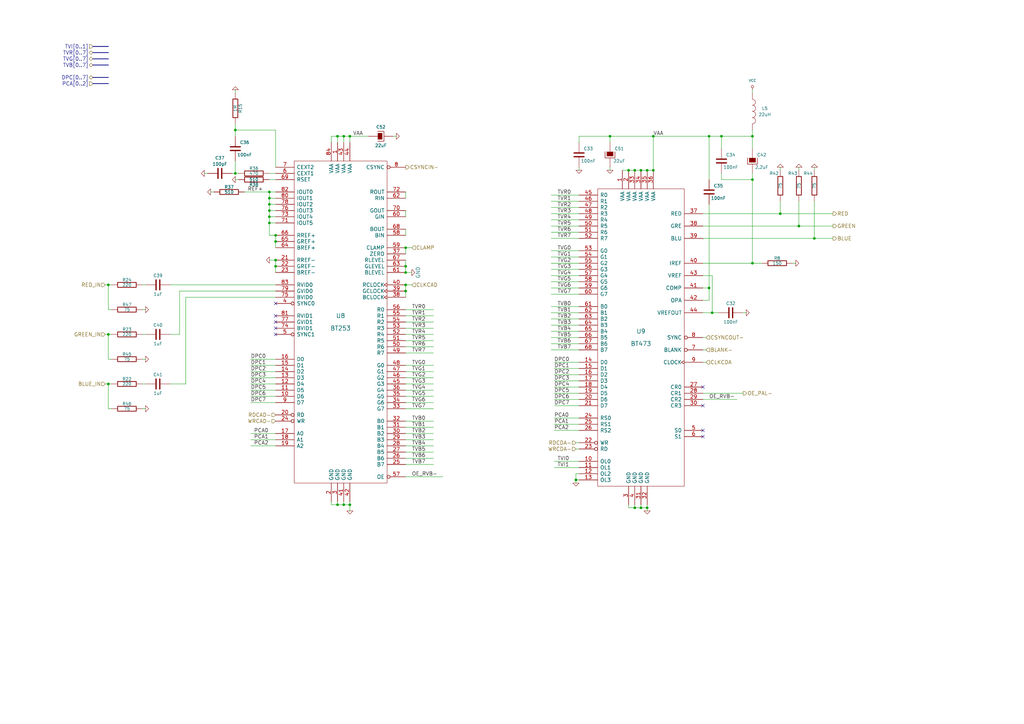
<source format=kicad_sch>
(kicad_sch (version 20210621) (generator eeschema)
  (paper "A3")
  (title_block (title "Video") (date "Sun 22 Mar 2015") (rev "2.0B") (company "Kicad EDA"))
  (lib_symbols
    (symbol "video_schlib:BT253" (pin_names (offset 1.016))
      (property "Reference" "U" (at 0 2.54 0))
      (property "Value" "BT253" (at 0 -2.54 0))
      (symbol "BT253_0_1"
        (rectangle (start -19.05 -66.04) (end 19.05 66.04))
      )
      (symbol "BT253_1_1"
        (pin input line (at -1.27 73.66 270) (length 7.62) (name "VAA") (number "1"))
        (pin tri_state line (at -26.67 -30.48 0) (length 7.62) (name "D6") (number "10"))
        (pin tri_state line (at -26.67 -27.94 0) (length 7.62) (name "D5") (number "11"))
        (pin tri_state line (at -26.67 -25.4 0) (length 7.62) (name "D4") (number "12"))
        (pin tri_state line (at -26.67 -22.86 0) (length 7.62) (name "D3") (number "13"))
        (pin tri_state line (at -26.67 -20.32 0) (length 7.62) (name "D2") (number "14"))
        (pin tri_state line (at -26.67 -17.78 0) (length 7.62) (name "D1") (number "15"))
        (pin tri_state line (at -26.67 -15.24 0) (length 7.62) (name "D0") (number "16"))
        (pin input line (at -26.67 -45.72 0) (length 7.62) (name "A0") (number "17"))
        (pin input line (at -26.67 -48.26 0) (length 7.62) (name "A1") (number "18"))
        (pin input line (at -26.67 -50.8 0) (length 7.62) (name "A2") (number "19"))
        (pin input line (at -3.81 -73.66 90) (length 7.62) (name "GND") (number "2"))
        (pin input inverted (at -26.67 -38.1 0) (length 7.62) (name "RD") (number "20"))
        (pin input line (at -26.67 25.4 0) (length 7.62) (name "RREF-") (number "21"))
        (pin input line (at -26.67 22.86 0) (length 7.62) (name "GREF-") (number "22"))
        (pin input line (at -26.67 20.32 0) (length 7.62) (name "BREF-") (number "23"))
        (pin input inverted (at -26.67 -40.64 0) (length 7.62) (name "WR") (number "24"))
        (pin tri_state line (at 26.67 -58.42 180) (length 7.62) (name "B7") (number "25"))
        (pin tri_state line (at 26.67 -55.88 180) (length 7.62) (name "B6") (number "26"))
        (pin tri_state line (at 26.67 -53.34 180) (length 7.62) (name "B5") (number "27"))
        (pin tri_state line (at 26.67 -50.8 180) (length 7.62) (name "B4") (number "28"))
        (pin tri_state line (at 26.67 -48.26 180) (length 7.62) (name "B3") (number "29"))
        (pin input line (at -1.27 -73.66 90) (length 7.62) (name "GND") (number "3"))
        (pin tri_state line (at 26.67 -45.72 180) (length 7.62) (name "B2") (number "30"))
        (pin tri_state line (at 26.67 -43.18 180) (length 7.62) (name "B1") (number "31"))
        (pin tri_state line (at 26.67 -40.64 180) (length 7.62) (name "B0") (number "32"))
        (pin tri_state line (at 26.67 -35.56 180) (length 7.62) (name "G7") (number "33"))
        (pin tri_state line (at 26.67 -33.02 180) (length 7.62) (name "G6") (number "34"))
        (pin tri_state line (at 26.67 -30.48 180) (length 7.62) (name "G5") (number "35"))
        (pin tri_state line (at 26.67 -27.94 180) (length 7.62) (name "G4") (number "36"))
        (pin input line (at 26.67 27.94 180) (length 7.62) (name "ZERO") (number "37"))
        (pin input clock (at 26.67 10.16 180) (length 7.62) (name "BCLOCK") (number "38"))
        (pin input clock (at 26.67 12.7 180) (length 7.62) (name "GCLOCK") (number "39"))
        (pin input inverted (at -26.67 7.62 0) (length 7.62) (name "SYNC0") (number "4"))
        (pin input clock (at 26.67 15.24 180) (length 7.62) (name "RCLOCK") (number "40"))
        (pin input line (at 1.27 -73.66 90) (length 7.62) (name "GND") (number "41"))
        (pin input line (at 3.81 -73.66 90) (length 7.62) (name "GND") (number "42"))
        (pin input line (at 1.27 73.66 270) (length 7.62) (name "VAA") (number "43"))
        (pin input line (at 3.81 73.66 270) (length 7.62) (name "VAA") (number "44"))
        (pin tri_state line (at 26.67 -25.4 180) (length 7.62) (name "G3") (number "45"))
        (pin tri_state line (at 26.67 -22.86 180) (length 7.62) (name "G2") (number "46"))
        (pin tri_state line (at 26.67 -20.32 180) (length 7.62) (name "G1") (number "47"))
        (pin tri_state line (at 26.67 -17.78 180) (length 7.62) (name "G0") (number "48"))
        (pin tri_state line (at 26.67 -12.7 180) (length 7.62) (name "R7") (number "49"))
        (pin input inverted (at -26.67 -5.08 0) (length 7.62) (name "SYNC1") (number "5"))
        (pin tri_state line (at 26.67 -10.16 180) (length 7.62) (name "R6") (number "50"))
        (pin tri_state line (at 26.67 -7.62 180) (length 7.62) (name "R5") (number "51"))
        (pin tri_state line (at 26.67 -5.08 180) (length 7.62) (name "R4") (number "52"))
        (pin tri_state line (at 26.67 -2.54 180) (length 7.62) (name "R3") (number "53"))
        (pin tri_state line (at 26.67 0 180) (length 7.62) (name "R2") (number "54"))
        (pin tri_state line (at 26.67 2.54 180) (length 7.62) (name "R1") (number "55"))
        (pin tri_state line (at 26.67 5.08 180) (length 7.62) (name "R0") (number "56"))
        (pin input inverted (at 26.67 -63.5 180) (length 7.62) (name "OE") (number "57"))
        (pin input line (at 26.67 35.56 180) (length 7.62) (name "BIN") (number "58"))
        (pin input line (at 26.67 30.48 180) (length 7.62) (name "CLAMP") (number "59"))
        (pin output line (at -26.67 60.96 0) (length 7.62) (name "CEXT1") (number "6"))
        (pin input line (at 26.67 43.18 180) (length 7.62) (name "GIN") (number "60"))
        (pin input line (at 26.67 20.32 180) (length 7.62) (name "BLEVEL") (number "61"))
        (pin input line (at 26.67 50.8 180) (length 7.62) (name "RIN") (number "62"))
        (pin input line (at 26.67 22.86 180) (length 7.62) (name "GLEVEL") (number "63"))
        (pin input line (at -26.67 30.48 0) (length 7.62) (name "BREF+") (number "64"))
        (pin input line (at -26.67 33.02 0) (length 7.62) (name "GREF+") (number "65"))
        (pin input line (at -26.67 35.56 0) (length 7.62) (name "RREF+") (number "66"))
        (pin input line (at 26.67 25.4 180) (length 7.62) (name "RLEVEL") (number "67"))
        (pin output line (at 26.67 38.1 180) (length 7.62) (name "BOUT") (number "68"))
        (pin input line (at -26.67 58.42 0) (length 7.62) (name "RSET") (number "69"))
        (pin input line (at -26.67 63.5 0) (length 7.62) (name "CEXT2") (number "7"))
        (pin output line (at 26.67 45.72 180) (length 7.62) (name "GOUT") (number "70"))
        (pin passive line (at -26.67 40.64 0) (length 7.62) (name "IOUT5") (number "71"))
        (pin output line (at 26.67 53.34 180) (length 7.62) (name "ROUT") (number "72"))
        (pin passive line (at -26.67 43.18 0) (length 7.62) (name "IOUT4") (number "73"))
        (pin input line (at -26.67 -2.54 0) (length 7.62) (name "BVID1") (number "74"))
        (pin input line (at -26.67 10.16 0) (length 7.62) (name "BVID0") (number "75"))
        (pin passive line (at -26.67 45.72 0) (length 7.62) (name "IOUT3") (number "76"))
        (pin input line (at -26.67 0 0) (length 7.62) (name "GVID1") (number "77"))
        (pin passive line (at -26.67 48.26 0) (length 7.62) (name "IOUT2") (number "78"))
        (pin input line (at -26.67 12.7 0) (length 7.62) (name "GVID0") (number "79"))
        (pin output inverted (at 26.67 63.5 180) (length 7.62) (name "CSYNC") (number "8"))
        (pin passive line (at -26.67 50.8 0) (length 7.62) (name "IOUT1") (number "80"))
        (pin input line (at -26.67 2.54 0) (length 7.62) (name "RVID1") (number "81"))
        (pin passive line (at -26.67 53.34 0) (length 7.62) (name "IOUT0") (number "82"))
        (pin input line (at -26.67 15.24 0) (length 7.62) (name "RVID0") (number "83"))
        (pin input line (at -3.81 73.66 270) (length 7.62) (name "VAA") (number "84"))
        (pin tri_state line (at -26.67 -33.02 0) (length 7.62) (name "D7") (number "9"))
      )
    )
    (symbol "video_schlib:BT473" (pin_names (offset 1.016))
      (property "Reference" "U" (at 0 2.54 0))
      (property "Value" "BT473" (at 0 -2.54 0))
      (symbol "BT473_0_1"
        (rectangle (start -17.78 -60.96) (end 17.78 60.96))
      )
      (symbol "BT473_1_1"
        (pin input line (at -7.62 68.58 270) (length 7.62) (name "VAA") (number "1"))
        (pin input line (at -25.4 -50.8 0) (length 7.62) (name "OL0") (number "10"))
        (pin input line (at -25.4 -53.34 0) (length 7.62) (name "OL1") (number "11"))
        (pin input line (at -25.4 -55.88 0) (length 7.62) (name "OL2") (number "12"))
        (pin input line (at -25.4 -58.42 0) (length 7.62) (name "OL3") (number "13"))
        (pin input line (at -25.4 -10.16 0) (length 7.62) (name "D0") (number "14"))
        (pin input line (at -25.4 -12.7 0) (length 7.62) (name "D1") (number "15"))
        (pin input line (at -25.4 -15.24 0) (length 7.62) (name "D2") (number "16"))
        (pin input line (at -25.4 -17.78 0) (length 7.62) (name "D3") (number "17"))
        (pin input line (at -25.4 -20.32 0) (length 7.62) (name "D4") (number "18"))
        (pin input line (at -25.4 -22.86 0) (length 7.62) (name "D5") (number "19"))
        (pin input line (at -5.08 68.58 270) (length 7.62) (name "VAA") (number "2"))
        (pin input line (at -25.4 -25.4 0) (length 7.62) (name "D6") (number "20"))
        (pin input line (at -25.4 -27.94 0) (length 7.62) (name "D7") (number "21"))
        (pin input inverted (at -25.4 -43.18 0) (length 7.62) (name "WR") (number "22"))
        (pin input inverted (at -25.4 -45.72 0) (length 7.62) (name "RD") (number "23"))
        (pin input line (at -25.4 -33.02 0) (length 7.62) (name "RS0") (number "24"))
        (pin input line (at -25.4 -35.56 0) (length 7.62) (name "RS1") (number "25"))
        (pin input line (at -25.4 -38.1 0) (length 7.62) (name "RS2") (number "26"))
        (pin output line (at 25.4 -20.32 180) (length 7.62) (name "CR0") (number "27"))
        (pin output line (at 25.4 -22.86 180) (length 7.62) (name "CR1") (number "28"))
        (pin output line (at 25.4 -25.4 180) (length 7.62) (name "CR2") (number "29"))
        (pin input line (at -5.08 -68.58 90) (length 7.62) (name "GND") (number "3"))
        (pin output line (at 25.4 -27.94 180) (length 7.62) (name "CR3") (number "30"))
        (pin input line (at 0 -68.58 90) (length 7.62) (name "GND") (number "31"))
        (pin input line (at 2.54 -68.58 90) (length 7.62) (name "GND") (number "32"))
        (pin input line (at -2.54 68.58 270) (length 7.62) (name "VAA") (number "33"))
        (pin input line (at 0 68.58 270) (length 7.62) (name "VAA") (number "34"))
        (pin input line (at 2.54 68.58 270) (length 7.62) (name "VAA") (number "35"))
        (pin input line (at 5.08 68.58 270) (length 7.62) (name "VAA") (number "36"))
        (pin output line (at 25.4 50.8 180) (length 7.62) (name "RED") (number "37"))
        (pin output line (at 25.4 45.72 180) (length 7.62) (name "GRE") (number "38"))
        (pin output line (at 25.4 40.64 180) (length 7.62) (name "BLU") (number "39"))
        (pin input line (at -2.54 -68.58 90) (length 7.62) (name "GND") (number "4"))
        (pin input line (at 25.4 30.48 180) (length 7.62) (name "IREF") (number "40"))
        (pin input line (at 25.4 20.32 180) (length 7.62) (name "COMP") (number "41"))
        (pin output line (at 25.4 15.24 180) (length 7.62) (name "OPA") (number "42"))
        (pin input line (at 25.4 25.4 180) (length 7.62) (name "VREF") (number "43"))
        (pin output line (at 25.4 10.16 180) (length 7.62) (name "VREFOUT") (number "44"))
        (pin input line (at -25.4 58.42 0) (length 7.62) (name "R0") (number "45"))
        (pin input line (at -25.4 55.88 0) (length 7.62) (name "R1") (number "46"))
        (pin input line (at -25.4 53.34 0) (length 7.62) (name "R2") (number "47"))
        (pin input line (at -25.4 50.8 0) (length 7.62) (name "R3") (number "48"))
        (pin input line (at -25.4 48.26 0) (length 7.62) (name "R4") (number "49"))
        (pin input line (at 25.4 -38.1 180) (length 7.62) (name "S0") (number "5"))
        (pin input line (at -25.4 45.72 0) (length 7.62) (name "R5") (number "50"))
        (pin input line (at -25.4 43.18 0) (length 7.62) (name "R6") (number "51"))
        (pin input line (at -25.4 40.64 0) (length 7.62) (name "R7") (number "52"))
        (pin input line (at -25.4 35.56 0) (length 7.62) (name "G0") (number "53"))
        (pin input line (at -25.4 33.02 0) (length 7.62) (name "G1") (number "54"))
        (pin input line (at -25.4 30.48 0) (length 7.62) (name "G2") (number "55"))
        (pin input line (at -25.4 27.94 0) (length 7.62) (name "G3") (number "56"))
        (pin input line (at -25.4 25.4 0) (length 7.62) (name "G4") (number "57"))
        (pin input line (at -25.4 22.86 0) (length 7.62) (name "G5") (number "58"))
        (pin input line (at -25.4 20.32 0) (length 7.62) (name "G6") (number "59"))
        (pin input line (at 25.4 -40.64 180) (length 7.62) (name "S1") (number "6"))
        (pin input line (at -25.4 17.78 0) (length 7.62) (name "G7") (number "60"))
        (pin input line (at -25.4 12.7 0) (length 7.62) (name "B0") (number "61"))
        (pin input line (at -25.4 10.16 0) (length 7.62) (name "B1") (number "62"))
        (pin input line (at -25.4 7.62 0) (length 7.62) (name "B2") (number "63"))
        (pin input line (at -25.4 5.08 0) (length 7.62) (name "B3") (number "64"))
        (pin input line (at -25.4 2.54 0) (length 7.62) (name "B4") (number "65"))
        (pin input line (at -25.4 0 0) (length 7.62) (name "B5") (number "66"))
        (pin input line (at -25.4 -2.54 0) (length 7.62) (name "B6") (number "67"))
        (pin input line (at -25.4 -5.08 0) (length 7.62) (name "B7") (number "68"))
        (pin input inverted (at 25.4 -5.08 180) (length 7.62) (name "BLANK") (number "7"))
        (pin input inverted (at 25.4 0 180) (length 7.62) (name "SYNC") (number "8"))
        (pin input clock (at 25.4 -10.16 180) (length 7.62) (name "CLOCK") (number "9"))
      )
    )
    (symbol "video_schlib:C" (pin_numbers hide) (pin_names (offset 0.254))
      (property "Reference" "C" (at 0 2.54 0))
      (property "Value" "C" (at 0.1524 -2.159 0))
      (symbol "C_0_1"
        (polyline (pts (xy -2.032 -0.762) (xy 2.032 -0.762)) (stroke (width 0.508)))
        (polyline (pts (xy -2.032 0.762) (xy 2.032 0.762)) (stroke (width 0.508)))
      )
      (symbol "C_1_1"
        (pin passive line (at 0 5.08 270) (length 4.318) (name "~") (number "1"))
        (pin passive line (at 0 -5.08 90) (length 4.318) (name "~") (number "2"))
      )
    )
    (symbol "video_schlib:CP" (pin_numbers hide) (pin_names (offset 0.254) hide)
      (property "Reference" "C" (at 1.27 2.54 0))
      (property "Value" "CP" (at 1.27 -2.54 0))
      (symbol "CP_0_1"
        (polyline (pts (xy -2.032 1.27) (xy -2.032 -1.27) (xy 2.032 -1.27) (xy 2.032 1.27)) (stroke (width 0.2032)))
        (polyline (pts (xy -1.27 1.27) (xy -1.27 -0.508) (xy 1.27 -0.508) (xy 1.27 1.27)) (fill (type outline)))
      )
      (symbol "CP_1_1"
        (pin passive line (at 0 5.08 270) (length 3.81) (name "~") (number "1"))
        (pin passive line (at 0 -5.08 90) (length 3.81) (name "~") (number "2"))
      )
    )
    (symbol "video_schlib:GND" (power) (pin_names (offset 0))
      (symbol "GND_0_1"
        (polyline (pts (xy -1.27 0) (xy 0 -1.27) (xy 1.27 0) (xy -1.27 0)))
      )
      (symbol "GND_1_1"
        (pin power_in line (at 0 0 90) (length 0) hide (name "GND") (number "1"))
      )
    )
    (symbol "video_schlib:INDUCTOR" (pin_numbers hide) (pin_names (offset 1.016) hide)
      (property "Reference" "L" (at -1.27 0 90))
      (property "Value" "INDUCTOR" (at 2.54 0 90))
      (symbol "INDUCTOR_0_1"
        (arc (start 0.0254 -5.0546) (end 0.0254 -2.54) (radius (at 0 -3.81) (length 1.27) (angles -88.9 88.9)))
        (arc (start 0.0254 -2.5146) (end 0.0254 0.0508) (radius (at 0 -1.2446) (length 1.2954) (angles -88.9 88.9)))
        (arc (start 0.0254 0.0254) (end 0.0254 2.5908) (radius (at 0 1.2954) (length 1.2954) (angles -88.9 88.9)))
        (arc (start 0.0254 2.5654) (end 0.0254 4.9784) (radius (at 0 3.7592) (length 1.2192) (angles -88.9 88.9)))
      )
      (symbol "INDUCTOR_1_1"
        (pin passive line (at 0 7.62 270) (length 2.54) (name "1") (number "1"))
        (pin passive line (at 0 -7.62 90) (length 2.54) (name "2") (number "2"))
      )
    )
    (symbol "video_schlib:R" (pin_numbers hide) (pin_names (offset 0))
      (property "Reference" "R" (at 2.032 0 90))
      (property "Value" "R" (at 0.1778 0.0254 90))
      (symbol "R_0_1"
        (rectangle (start -1.016 3.81) (end 1.016 -3.81) (stroke (width 0.3048)))
      )
      (symbol "R_1_1"
        (pin passive line (at 0 6.35 270) (length 2.54) (name "~") (number "1"))
        (pin passive line (at 0 -6.35 90) (length 2.54) (name "~") (number "2"))
      )
    )
    (symbol "video_schlib:VCC" (power) (pin_names (offset 0))
      (property "Value" "VCC" (at 0 2.54 0))
      (symbol "VCC_0_0"
        (pin power_in line (at 0 0 90) (length 0) hide (name "VCC") (number "1"))
      )
      (symbol "VCC_0_1"
        (circle (center 0 1.27) (radius 0.508))
        (polyline (pts (xy 0 0) (xy 0 0.762) (xy 0 0.762)))
      )
    )
  )
  (junction (at 44.45 116.84) (diameter 0.9144))
  (junction (at 44.45 137.16) (diameter 0.9144))
  (junction (at 44.45 157.48) (diameter 0.9144))
  (junction (at 96.52 53.34) (diameter 0.9144))
  (junction (at 96.52 71.12) (diameter 0.9144))
  (junction (at 110.49 78.74) (diameter 0.9144))
  (junction (at 110.49 81.28) (diameter 0.9144))
  (junction (at 110.49 83.82) (diameter 0.9144))
  (junction (at 110.49 86.36) (diameter 0.9144))
  (junction (at 110.49 88.9) (diameter 0.9144))
  (junction (at 110.49 91.44) (diameter 0.9144))
  (junction (at 113.03 96.52) (diameter 0.9144))
  (junction (at 113.03 99.06) (diameter 0.9144))
  (junction (at 113.03 106.68) (diameter 0.9144))
  (junction (at 113.03 109.22) (diameter 0.9144))
  (junction (at 138.43 55.88) (diameter 0.9144))
  (junction (at 138.43 207.01) (diameter 0.9144))
  (junction (at 140.97 55.88) (diameter 0.9144))
  (junction (at 140.97 207.01) (diameter 0.9144))
  (junction (at 143.51 55.88) (diameter 0.9144))
  (junction (at 143.51 207.01) (diameter 0.9144))
  (junction (at 166.37 101.6) (diameter 0.9144))
  (junction (at 166.37 109.22) (diameter 0.9144))
  (junction (at 166.37 111.76) (diameter 0.9144))
  (junction (at 166.37 116.84) (diameter 0.9144))
  (junction (at 166.37 119.38) (diameter 0.9144))
  (junction (at 236.22 196.85) (diameter 0.9144))
  (junction (at 250.19 55.88) (diameter 0.9144))
  (junction (at 257.81 69.85) (diameter 0.9144))
  (junction (at 260.35 69.85) (diameter 0.9144))
  (junction (at 260.35 208.28) (diameter 0.9144))
  (junction (at 262.89 69.85) (diameter 0.9144))
  (junction (at 262.89 208.28) (diameter 0.9144))
  (junction (at 265.43 69.85) (diameter 0.9144))
  (junction (at 265.43 208.28) (diameter 0.9144))
  (junction (at 267.97 55.88) (diameter 0.9144))
  (junction (at 267.97 69.85) (diameter 0.9144))
  (junction (at 290.83 55.88) (diameter 0.9144))
  (junction (at 290.83 118.11) (diameter 0.9144))
  (junction (at 292.1 128.27) (diameter 0.9144))
  (junction (at 295.91 55.88) (diameter 0.9144))
  (junction (at 308.61 55.88) (diameter 0.9144))
  (junction (at 308.61 73.66) (diameter 0.9144))
  (junction (at 308.61 107.95) (diameter 0.9144))
  (junction (at 320.04 87.63) (diameter 0.9144))
  (junction (at 327.66 92.71) (diameter 0.9144))
  (junction (at 334.01 97.79) (diameter 0.9144))
  (no_connect (at 113.03 124.46))
  (no_connect (at 113.03 129.54))
  (no_connect (at 113.03 132.08))
  (no_connect (at 113.03 134.62))
  (no_connect (at 113.03 137.16))
  (no_connect (at 288.29 158.75))
  (no_connect (at 288.29 166.37))
  (no_connect (at 288.29 176.53))
  (no_connect (at 288.29 179.07))
  (wire (pts (xy 43.18 116.84) (xy 44.45 116.84)))
  (wire (pts (xy 43.18 137.16) (xy 44.45 137.16)))
  (wire (pts (xy 43.18 157.48) (xy 44.45 157.48)))
  (wire (pts (xy 44.45 116.84) (xy 44.45 127)))
  (wire (pts (xy 44.45 116.84) (xy 45.72 116.84)))
  (wire (pts (xy 44.45 127) (xy 45.72 127)))
  (wire (pts (xy 44.45 137.16) (xy 44.45 147.32)))
  (wire (pts (xy 44.45 137.16) (xy 45.72 137.16)))
  (wire (pts (xy 44.45 147.32) (xy 45.72 147.32)))
  (wire (pts (xy 44.45 157.48) (xy 44.45 167.64)))
  (wire (pts (xy 44.45 157.48) (xy 45.72 157.48)))
  (wire (pts (xy 44.45 167.64) (xy 45.72 167.64)))
  (wire (pts (xy 58.42 116.84) (xy 59.69 116.84)))
  (wire (pts (xy 58.42 137.16) (xy 59.69 137.16)))
  (wire (pts (xy 58.42 157.48) (xy 59.69 157.48)))
  (wire (pts (xy 58.42 167.64) (xy 59.69 167.64)))
  (wire (pts (xy 59.69 127) (xy 58.42 127)))
  (wire (pts (xy 59.69 147.32) (xy 58.42 147.32)))
  (wire (pts (xy 69.85 116.84) (xy 113.03 116.84)))
  (wire (pts (xy 69.85 137.16) (xy 73.66 137.16)))
  (wire (pts (xy 69.85 157.48) (xy 76.2 157.48)))
  (wire (pts (xy 73.66 119.38) (xy 73.66 137.16)))
  (wire (pts (xy 76.2 121.92) (xy 76.2 157.48)))
  (wire (pts (xy 83.82 71.12) (xy 85.09 71.12)))
  (wire (pts (xy 86.36 78.74) (xy 87.63 78.74)))
  (wire (pts (xy 95.25 71.12) (xy 96.52 71.12)))
  (wire (pts (xy 96.52 38.1) (xy 96.52 36.83)))
  (wire (pts (xy 96.52 50.8) (xy 96.52 53.34)))
  (wire (pts (xy 96.52 53.34) (xy 96.52 55.88)))
  (wire (pts (xy 96.52 53.34) (xy 113.03 53.34)))
  (wire (pts (xy 96.52 71.12) (xy 96.52 66.04)))
  (wire (pts (xy 96.52 71.12) (xy 97.79 71.12)))
  (wire (pts (xy 96.52 73.66) (xy 97.79 73.66)))
  (wire (pts (xy 100.33 78.74) (xy 110.49 78.74)))
  (wire (pts (xy 102.87 147.32) (xy 113.03 147.32)))
  (wire (pts (xy 102.87 149.86) (xy 113.03 149.86)))
  (wire (pts (xy 102.87 152.4) (xy 113.03 152.4)))
  (wire (pts (xy 102.87 154.94) (xy 113.03 154.94)))
  (wire (pts (xy 102.87 157.48) (xy 113.03 157.48)))
  (wire (pts (xy 102.87 160.02) (xy 113.03 160.02)))
  (wire (pts (xy 102.87 162.56) (xy 113.03 162.56)))
  (wire (pts (xy 102.87 165.1) (xy 113.03 165.1)))
  (wire (pts (xy 102.87 177.8) (xy 113.03 177.8)))
  (wire (pts (xy 102.87 180.34) (xy 113.03 180.34)))
  (wire (pts (xy 102.87 182.88) (xy 113.03 182.88)))
  (wire (pts (xy 110.49 71.12) (xy 113.03 71.12)))
  (wire (pts (xy 110.49 73.66) (xy 113.03 73.66)))
  (wire (pts (xy 110.49 78.74) (xy 110.49 81.28)))
  (wire (pts (xy 110.49 78.74) (xy 113.03 78.74)))
  (wire (pts (xy 110.49 81.28) (xy 110.49 83.82)))
  (wire (pts (xy 110.49 83.82) (xy 110.49 86.36)))
  (wire (pts (xy 110.49 83.82) (xy 113.03 83.82)))
  (wire (pts (xy 110.49 86.36) (xy 110.49 88.9)))
  (wire (pts (xy 110.49 86.36) (xy 113.03 86.36)))
  (wire (pts (xy 110.49 88.9) (xy 110.49 91.44)))
  (wire (pts (xy 110.49 88.9) (xy 113.03 88.9)))
  (wire (pts (xy 110.49 91.44) (xy 110.49 96.52)))
  (wire (pts (xy 110.49 91.44) (xy 113.03 91.44)))
  (wire (pts (xy 110.49 96.52) (xy 113.03 96.52)))
  (wire (pts (xy 110.49 106.68) (xy 113.03 106.68)))
  (wire (pts (xy 113.03 53.34) (xy 113.03 68.58)))
  (wire (pts (xy 113.03 81.28) (xy 110.49 81.28)))
  (wire (pts (xy 113.03 96.52) (xy 113.03 99.06)))
  (wire (pts (xy 113.03 99.06) (xy 113.03 101.6)))
  (wire (pts (xy 113.03 106.68) (xy 113.03 109.22)))
  (wire (pts (xy 113.03 109.22) (xy 113.03 111.76)))
  (wire (pts (xy 113.03 119.38) (xy 73.66 119.38)))
  (wire (pts (xy 113.03 121.92) (xy 76.2 121.92)))
  (wire (pts (xy 135.89 55.88) (xy 135.89 58.42)))
  (wire (pts (xy 135.89 55.88) (xy 138.43 55.88)))
  (wire (pts (xy 135.89 207.01) (xy 135.89 205.74)))
  (wire (pts (xy 135.89 207.01) (xy 138.43 207.01)))
  (wire (pts (xy 138.43 55.88) (xy 138.43 58.42)))
  (wire (pts (xy 138.43 55.88) (xy 140.97 55.88)))
  (wire (pts (xy 138.43 205.74) (xy 138.43 207.01)))
  (wire (pts (xy 138.43 207.01) (xy 140.97 207.01)))
  (wire (pts (xy 140.97 55.88) (xy 140.97 58.42)))
  (wire (pts (xy 140.97 55.88) (xy 143.51 55.88)))
  (wire (pts (xy 140.97 205.74) (xy 140.97 207.01)))
  (wire (pts (xy 140.97 207.01) (xy 143.51 207.01)))
  (wire (pts (xy 143.51 55.88) (xy 151.13 55.88)))
  (wire (pts (xy 143.51 58.42) (xy 143.51 55.88)))
  (wire (pts (xy 143.51 205.74) (xy 143.51 207.01)))
  (wire (pts (xy 143.51 207.01) (xy 143.51 209.55)))
  (wire (pts (xy 162.56 55.88) (xy 161.29 55.88)))
  (wire (pts (xy 166.37 78.74) (xy 166.37 81.28)))
  (wire (pts (xy 166.37 86.36) (xy 166.37 88.9)))
  (wire (pts (xy 166.37 93.98) (xy 166.37 96.52)))
  (wire (pts (xy 166.37 101.6) (xy 168.91 101.6)))
  (wire (pts (xy 166.37 104.14) (xy 166.37 101.6)))
  (wire (pts (xy 166.37 106.68) (xy 166.37 109.22)))
  (wire (pts (xy 166.37 109.22) (xy 166.37 111.76)))
  (wire (pts (xy 166.37 111.76) (xy 168.91 111.76)))
  (wire (pts (xy 166.37 116.84) (xy 166.37 119.38)))
  (wire (pts (xy 166.37 119.38) (xy 166.37 121.92)))
  (wire (pts (xy 166.37 127) (xy 177.8 127)))
  (wire (pts (xy 166.37 129.54) (xy 177.8 129.54)))
  (wire (pts (xy 166.37 132.08) (xy 177.8 132.08)))
  (wire (pts (xy 166.37 134.62) (xy 177.8 134.62)))
  (wire (pts (xy 166.37 137.16) (xy 177.8 137.16)))
  (wire (pts (xy 166.37 139.7) (xy 177.8 139.7)))
  (wire (pts (xy 166.37 142.24) (xy 177.8 142.24)))
  (wire (pts (xy 166.37 144.78) (xy 177.8 144.78)))
  (wire (pts (xy 166.37 149.86) (xy 177.8 149.86)))
  (wire (pts (xy 166.37 152.4) (xy 177.8 152.4)))
  (wire (pts (xy 166.37 154.94) (xy 177.8 154.94)))
  (wire (pts (xy 166.37 157.48) (xy 177.8 157.48)))
  (wire (pts (xy 166.37 160.02) (xy 177.8 160.02)))
  (wire (pts (xy 166.37 162.56) (xy 177.8 162.56)))
  (wire (pts (xy 166.37 165.1) (xy 177.8 165.1)))
  (wire (pts (xy 166.37 167.64) (xy 177.8 167.64)))
  (wire (pts (xy 166.37 172.72) (xy 177.8 172.72)))
  (wire (pts (xy 166.37 175.26) (xy 177.8 175.26)))
  (wire (pts (xy 166.37 177.8) (xy 177.8 177.8)))
  (wire (pts (xy 166.37 180.34) (xy 177.8 180.34)))
  (wire (pts (xy 166.37 182.88) (xy 177.8 182.88)))
  (wire (pts (xy 166.37 185.42) (xy 177.8 185.42)))
  (wire (pts (xy 166.37 187.96) (xy 177.8 187.96)))
  (wire (pts (xy 166.37 190.5) (xy 177.8 190.5)))
  (wire (pts (xy 166.37 195.58) (xy 181.61 195.58)))
  (wire (pts (xy 168.91 116.84) (xy 166.37 116.84)))
  (wire (pts (xy 226.06 80.01) (xy 237.49 80.01)))
  (wire (pts (xy 226.06 82.55) (xy 237.49 82.55)))
  (wire (pts (xy 226.06 85.09) (xy 237.49 85.09)))
  (wire (pts (xy 226.06 87.63) (xy 237.49 87.63)))
  (wire (pts (xy 226.06 90.17) (xy 237.49 90.17)))
  (wire (pts (xy 226.06 92.71) (xy 237.49 92.71)))
  (wire (pts (xy 226.06 95.25) (xy 237.49 95.25)))
  (wire (pts (xy 226.06 97.79) (xy 237.49 97.79)))
  (wire (pts (xy 226.06 102.87) (xy 237.49 102.87)))
  (wire (pts (xy 226.06 105.41) (xy 237.49 105.41)))
  (wire (pts (xy 226.06 107.95) (xy 237.49 107.95)))
  (wire (pts (xy 226.06 110.49) (xy 237.49 110.49)))
  (wire (pts (xy 226.06 113.03) (xy 237.49 113.03)))
  (wire (pts (xy 226.06 115.57) (xy 237.49 115.57)))
  (wire (pts (xy 226.06 118.11) (xy 237.49 118.11)))
  (wire (pts (xy 226.06 120.65) (xy 237.49 120.65)))
  (wire (pts (xy 226.06 125.73) (xy 237.49 125.73)))
  (wire (pts (xy 226.06 128.27) (xy 237.49 128.27)))
  (wire (pts (xy 226.06 130.81) (xy 237.49 130.81)))
  (wire (pts (xy 226.06 133.35) (xy 237.49 133.35)))
  (wire (pts (xy 226.06 135.89) (xy 237.49 135.89)))
  (wire (pts (xy 226.06 138.43) (xy 237.49 138.43)))
  (wire (pts (xy 226.06 140.97) (xy 237.49 140.97)))
  (wire (pts (xy 226.06 143.51) (xy 237.49 143.51)))
  (wire (pts (xy 227.33 148.59) (xy 237.49 148.59)))
  (wire (pts (xy 227.33 151.13) (xy 237.49 151.13)))
  (wire (pts (xy 227.33 153.67) (xy 237.49 153.67)))
  (wire (pts (xy 227.33 156.21) (xy 237.49 156.21)))
  (wire (pts (xy 227.33 158.75) (xy 237.49 158.75)))
  (wire (pts (xy 227.33 161.29) (xy 237.49 161.29)))
  (wire (pts (xy 227.33 163.83) (xy 237.49 163.83)))
  (wire (pts (xy 227.33 166.37) (xy 237.49 166.37)))
  (wire (pts (xy 227.33 171.45) (xy 237.49 171.45)))
  (wire (pts (xy 227.33 173.99) (xy 237.49 173.99)))
  (wire (pts (xy 227.33 176.53) (xy 237.49 176.53)))
  (wire (pts (xy 236.22 181.61) (xy 237.49 181.61)))
  (wire (pts (xy 236.22 194.31) (xy 236.22 196.85)))
  (wire (pts (xy 236.22 194.31) (xy 237.49 194.31)))
  (wire (pts (xy 236.22 196.85) (xy 236.22 198.12)))
  (wire (pts (xy 237.49 55.88) (xy 250.19 55.88)))
  (wire (pts (xy 237.49 58.42) (xy 237.49 55.88)))
  (wire (pts (xy 237.49 68.58) (xy 237.49 69.85)))
  (wire (pts (xy 237.49 184.15) (xy 236.22 184.15)))
  (wire (pts (xy 237.49 189.23) (xy 227.33 189.23)))
  (wire (pts (xy 237.49 191.77) (xy 227.33 191.77)))
  (wire (pts (xy 237.49 196.85) (xy 236.22 196.85)))
  (wire (pts (xy 250.19 55.88) (xy 267.97 55.88)))
  (wire (pts (xy 250.19 58.42) (xy 250.19 55.88)))
  (wire (pts (xy 250.19 69.85) (xy 250.19 68.58)))
  (wire (pts (xy 255.27 69.85) (xy 257.81 69.85)))
  (wire (pts (xy 257.81 69.85) (xy 260.35 69.85)))
  (wire (pts (xy 257.81 208.28) (xy 257.81 207.01)))
  (wire (pts (xy 257.81 208.28) (xy 260.35 208.28)))
  (wire (pts (xy 260.35 69.85) (xy 262.89 69.85)))
  (wire (pts (xy 260.35 208.28) (xy 260.35 207.01)))
  (wire (pts (xy 260.35 208.28) (xy 262.89 208.28)))
  (wire (pts (xy 262.89 69.85) (xy 265.43 69.85)))
  (wire (pts (xy 262.89 208.28) (xy 262.89 207.01)))
  (wire (pts (xy 262.89 208.28) (xy 265.43 208.28)))
  (wire (pts (xy 265.43 69.85) (xy 267.97 69.85)))
  (wire (pts (xy 265.43 207.01) (xy 265.43 208.28)))
  (wire (pts (xy 265.43 208.28) (xy 265.43 209.55)))
  (wire (pts (xy 267.97 55.88) (xy 290.83 55.88)))
  (wire (pts (xy 267.97 69.85) (xy 267.97 55.88)))
  (wire (pts (xy 288.29 87.63) (xy 320.04 87.63)))
  (wire (pts (xy 288.29 92.71) (xy 327.66 92.71)))
  (wire (pts (xy 288.29 97.79) (xy 334.01 97.79)))
  (wire (pts (xy 288.29 107.95) (xy 308.61 107.95)))
  (wire (pts (xy 288.29 128.27) (xy 292.1 128.27)))
  (wire (pts (xy 288.29 161.29) (xy 304.8 161.29)))
  (wire (pts (xy 288.29 163.83) (xy 302.26 163.83)))
  (wire (pts (xy 289.56 138.43) (xy 288.29 138.43)))
  (wire (pts (xy 289.56 143.51) (xy 288.29 143.51)))
  (wire (pts (xy 289.56 148.59) (xy 288.29 148.59)))
  (wire (pts (xy 290.83 55.88) (xy 290.83 73.66)))
  (wire (pts (xy 290.83 55.88) (xy 295.91 55.88)))
  (wire (pts (xy 290.83 83.82) (xy 290.83 118.11)))
  (wire (pts (xy 290.83 118.11) (xy 288.29 118.11)))
  (wire (pts (xy 290.83 118.11) (xy 290.83 123.19)))
  (wire (pts (xy 290.83 123.19) (xy 288.29 123.19)))
  (wire (pts (xy 292.1 113.03) (xy 288.29 113.03)))
  (wire (pts (xy 292.1 128.27) (xy 292.1 113.03)))
  (wire (pts (xy 292.1 128.27) (xy 294.64 128.27)))
  (wire (pts (xy 295.91 55.88) (xy 295.91 60.96)))
  (wire (pts (xy 295.91 55.88) (xy 308.61 55.88)))
  (wire (pts (xy 295.91 71.12) (xy 295.91 73.66)))
  (wire (pts (xy 295.91 73.66) (xy 308.61 73.66)))
  (wire (pts (xy 306.07 128.27) (xy 304.8 128.27)))
  (wire (pts (xy 308.61 36.83) (xy 308.61 38.1)))
  (wire (pts (xy 308.61 53.34) (xy 308.61 55.88)))
  (wire (pts (xy 308.61 55.88) (xy 308.61 60.96)))
  (wire (pts (xy 308.61 71.12) (xy 308.61 73.66)))
  (wire (pts (xy 308.61 73.66) (xy 308.61 107.95)))
  (wire (pts (xy 308.61 107.95) (xy 312.42 107.95)))
  (wire (pts (xy 320.04 69.85) (xy 320.04 68.58)))
  (wire (pts (xy 320.04 82.55) (xy 320.04 87.63)))
  (wire (pts (xy 320.04 87.63) (xy 341.63 87.63)))
  (wire (pts (xy 326.39 107.95) (xy 325.12 107.95)))
  (wire (pts (xy 327.66 68.58) (xy 327.66 69.85)))
  (wire (pts (xy 327.66 92.71) (xy 327.66 82.55)))
  (wire (pts (xy 327.66 92.71) (xy 341.63 92.71)))
  (wire (pts (xy 334.01 69.85) (xy 334.01 68.58)))
  (wire (pts (xy 334.01 97.79) (xy 334.01 82.55)))
  (wire (pts (xy 334.01 97.79) (xy 341.63 97.79)))
  (bus (pts (xy 38.1 19.05) (xy 44.45 19.05)))
  (bus (pts (xy 38.1 21.59) (xy 44.45 21.59)))
  (bus (pts (xy 38.1 24.13) (xy 44.45 24.13)))
  (bus (pts (xy 38.1 26.67) (xy 44.45 26.67)))
  (bus (pts (xy 38.1 31.75) (xy 44.45 31.75)))
  (bus (pts (xy 38.1 34.29) (xy 44.45 34.29)))
  (label "REF+" (at 101.6 78.74 0) (effects (font (size 1.524 1.524))))
  (label "DPC0" (at 102.87 147.32 0) (effects (font (size 1.524 1.524))))
  (label "DPC1" (at 102.87 149.86 0) (effects (font (size 1.524 1.524))))
  (label "DPC2" (at 102.87 152.4 0) (effects (font (size 1.524 1.524))))
  (label "DPC3" (at 102.87 154.94 0) (effects (font (size 1.524 1.524))))
  (label "DPC4" (at 102.87 157.48 0) (effects (font (size 1.524 1.524))))
  (label "DPC5" (at 102.87 160.02 0) (effects (font (size 1.524 1.524))))
  (label "DPC6" (at 102.87 162.56 0) (effects (font (size 1.524 1.524))))
  (label "DPC7" (at 102.87 165.1 0) (effects (font (size 1.524 1.524))))
  (label "PCA0" (at 104.14 177.8 0) (effects (font (size 1.524 1.524))))
  (label "PCA1" (at 104.14 180.34 0) (effects (font (size 1.524 1.524))))
  (label "PCA2" (at 104.14 182.88 0) (effects (font (size 1.524 1.524))))
  (label "VAA" (at 144.78 55.88 0) (effects (font (size 1.524 1.524))))
  (label "TVR0" (at 168.91 127 0) (effects (font (size 1.524 1.524))))
  (label "TVR1" (at 168.91 129.54 0) (effects (font (size 1.524 1.524))))
  (label "TVR2" (at 168.91 132.08 0) (effects (font (size 1.524 1.524))))
  (label "TVR3" (at 168.91 134.62 0) (effects (font (size 1.524 1.524))))
  (label "TVR4" (at 168.91 137.16 0) (effects (font (size 1.524 1.524))))
  (label "TVR5" (at 168.91 139.7 0) (effects (font (size 1.524 1.524))))
  (label "TVR6" (at 168.91 142.24 0) (effects (font (size 1.524 1.524))))
  (label "TVR7" (at 168.91 144.78 0) (effects (font (size 1.524 1.524))))
  (label "TVG0" (at 168.91 149.86 0) (effects (font (size 1.524 1.524))))
  (label "TVG1" (at 168.91 152.4 0) (effects (font (size 1.524 1.524))))
  (label "TVG2" (at 168.91 154.94 0) (effects (font (size 1.524 1.524))))
  (label "TVG3" (at 168.91 157.48 0) (effects (font (size 1.524 1.524))))
  (label "TVG4" (at 168.91 160.02 0) (effects (font (size 1.524 1.524))))
  (label "TVG5" (at 168.91 162.56 0) (effects (font (size 1.524 1.524))))
  (label "TVG6" (at 168.91 165.1 0) (effects (font (size 1.524 1.524))))
  (label "TVG7" (at 168.91 167.64 0) (effects (font (size 1.524 1.524))))
  (label "TVB0" (at 168.91 172.72 0) (effects (font (size 1.524 1.524))))
  (label "TVB1" (at 168.91 175.26 0) (effects (font (size 1.524 1.524))))
  (label "TVB2" (at 168.91 177.8 0) (effects (font (size 1.524 1.524))))
  (label "TVB3" (at 168.91 180.34 0) (effects (font (size 1.524 1.524))))
  (label "TVB4" (at 168.91 182.88 0) (effects (font (size 1.524 1.524))))
  (label "TVB5" (at 168.91 185.42 0) (effects (font (size 1.524 1.524))))
  (label "TVB6" (at 168.91 187.96 0) (effects (font (size 1.524 1.524))))
  (label "TVB7" (at 168.91 190.5 0) (effects (font (size 1.524 1.524))))
  (label "OE_RVB-" (at 168.91 195.58 0) (effects (font (size 1.524 1.524))))
  (label "DPC0" (at 227.33 148.59 0) (effects (font (size 1.524 1.524))))
  (label "DPC1" (at 227.33 151.13 0) (effects (font (size 1.524 1.524))))
  (label "DPC2" (at 227.33 153.67 0) (effects (font (size 1.524 1.524))))
  (label "DPC3" (at 227.33 156.21 0) (effects (font (size 1.524 1.524))))
  (label "DPC4" (at 227.33 158.75 0) (effects (font (size 1.524 1.524))))
  (label "DPC5" (at 227.33 161.29 0) (effects (font (size 1.524 1.524))))
  (label "DPC6" (at 227.33 163.83 0) (effects (font (size 1.524 1.524))))
  (label "DPC7" (at 227.33 166.37 0) (effects (font (size 1.524 1.524))))
  (label "PCA0" (at 227.33 171.45 0) (effects (font (size 1.524 1.524))))
  (label "PCA1" (at 227.33 173.99 0) (effects (font (size 1.524 1.524))))
  (label "PCA2" (at 227.33 176.53 0) (effects (font (size 1.524 1.524))))
  (label "TVR0" (at 228.6 80.01 0) (effects (font (size 1.524 1.524))))
  (label "TVR1" (at 228.6 82.55 0) (effects (font (size 1.524 1.524))))
  (label "TVR2" (at 228.6 85.09 0) (effects (font (size 1.524 1.524))))
  (label "TVR3" (at 228.6 87.63 0) (effects (font (size 1.524 1.524))))
  (label "TVR4" (at 228.6 90.17 0) (effects (font (size 1.524 1.524))))
  (label "TVR5" (at 228.6 92.71 0) (effects (font (size 1.524 1.524))))
  (label "TVR6" (at 228.6 95.25 0) (effects (font (size 1.524 1.524))))
  (label "TVR7" (at 228.6 97.79 0) (effects (font (size 1.524 1.524))))
  (label "TVG0" (at 228.6 102.87 0) (effects (font (size 1.524 1.524))))
  (label "TVG1" (at 228.6 105.41 0) (effects (font (size 1.524 1.524))))
  (label "TVG2" (at 228.6 107.95 0) (effects (font (size 1.524 1.524))))
  (label "TVG3" (at 228.6 110.49 0) (effects (font (size 1.524 1.524))))
  (label "TVG4" (at 228.6 113.03 0) (effects (font (size 1.524 1.524))))
  (label "TVG5" (at 228.6 115.57 0) (effects (font (size 1.524 1.524))))
  (label "TVG6" (at 228.6 118.11 0) (effects (font (size 1.524 1.524))))
  (label "TVG7" (at 228.6 120.65 0) (effects (font (size 1.524 1.524))))
  (label "TVB0" (at 228.6 125.73 0) (effects (font (size 1.524 1.524))))
  (label "TVB1" (at 228.6 128.27 0) (effects (font (size 1.524 1.524))))
  (label "TVB2" (at 228.6 130.81 0) (effects (font (size 1.524 1.524))))
  (label "TVB3" (at 228.6 133.35 0) (effects (font (size 1.524 1.524))))
  (label "TVB4" (at 228.6 135.89 0) (effects (font (size 1.524 1.524))))
  (label "TVB5" (at 228.6 138.43 0) (effects (font (size 1.524 1.524))))
  (label "TVB6" (at 228.6 140.97 0) (effects (font (size 1.524 1.524))))
  (label "TVB7" (at 228.6 143.51 0) (effects (font (size 1.524 1.524))))
  (label "TVI0" (at 228.6 189.23 0) (effects (font (size 1.524 1.524))))
  (label "TVI1" (at 228.6 191.77 0) (effects (font (size 1.524 1.524))))
  (label "VAA" (at 267.97 55.88 0) (effects (font (size 1.524 1.524))))
  (label "OE_RVB-" (at 290.83 163.83 0) (effects (font (size 1.524 1.524))))
  (hierarchical_label "TVI[0..1]" (shape input) (at 38.1 19.05 180) (effects (font (size 1.524 1.524))))
  (hierarchical_label "TVR[0..7]" (shape tri_state) (at 38.1 21.59 180) (effects (font (size 1.524 1.524))))
  (hierarchical_label "TVG[0..7]" (shape tri_state) (at 38.1 24.13 180) (effects (font (size 1.524 1.524))))
  (hierarchical_label "TVB[0..7]" (shape tri_state) (at 38.1 26.67 180) (effects (font (size 1.524 1.524))))
  (hierarchical_label "DPC[0..7]" (shape tri_state) (at 38.1 31.75 180) (effects (font (size 1.524 1.524))))
  (hierarchical_label "PCA[0..2]" (shape input) (at 38.1 34.29 180) (effects (font (size 1.524 1.524))))
  (hierarchical_label "RED_IN" (shape input) (at 43.18 116.84 180) (effects (font (size 1.524 1.524))))
  (hierarchical_label "GREEN_IN" (shape input) (at 43.18 137.16 180) (effects (font (size 1.524 1.524))))
  (hierarchical_label "BLUE_IN" (shape input) (at 43.18 157.48 180) (effects (font (size 1.524 1.524))))
  (hierarchical_label "RDCAD-" (shape input) (at 113.03 170.18 180) (effects (font (size 1.524 1.524))))
  (hierarchical_label "WRCAD-" (shape input) (at 113.03 172.72 180) (effects (font (size 1.524 1.524))))
  (hierarchical_label "CSYNCIN-" (shape output) (at 166.37 68.58 0) (effects (font (size 1.524 1.524))))
  (hierarchical_label "CLAMP" (shape input) (at 168.91 101.6 0) (effects (font (size 1.524 1.524))))
  (hierarchical_label "CLKCAD" (shape input) (at 168.91 116.84 0) (effects (font (size 1.524 1.524))))
  (hierarchical_label "RDCDA-" (shape input) (at 236.22 181.61 180) (effects (font (size 1.524 1.524))))
  (hierarchical_label "WRCDA-" (shape input) (at 236.22 184.15 180) (effects (font (size 1.524 1.524))))
  (hierarchical_label "CSYNCOUT-" (shape input) (at 289.56 138.43 0) (effects (font (size 1.524 1.524))))
  (hierarchical_label "BLANK-" (shape input) (at 289.56 143.51 0) (effects (font (size 1.524 1.524))))
  (hierarchical_label "CLKCDA" (shape input) (at 289.56 148.59 0) (effects (font (size 1.524 1.524))))
  (hierarchical_label "OE_PAL-" (shape output) (at 304.8 161.29 0) (effects (font (size 1.524 1.524))))
  (hierarchical_label "RED" (shape output) (at 341.63 87.63 0) (effects (font (size 1.524 1.524))))
  (hierarchical_label "GREEN" (shape output) (at 341.63 92.71 0) (effects (font (size 1.524 1.524))))
  (hierarchical_label "BLUE" (shape output) (at 341.63 97.79 0) (effects (font (size 1.524 1.524))))
  (symbol (lib_id "video_schlib:VCC") (at 308.61 36.83 0) (unit 1)
    (property "Reference" "#VCC0182" (effects hide))
    (property "Value" "VCC" (at 308.61 33.02 0) (effects (font (size 1.016 1.016))))
  )
  (symbol (lib_id "video_schlib:GND") (at 59.69 127 90) (unit 1)
    (property "Reference" "#GND0174" (effects hide))
    (property "Value" "GND" (effects hide))
  )
  (symbol (lib_id "video_schlib:GND") (at 59.69 147.32 90) (unit 1)
    (property "Reference" "#GND0175" (effects hide))
    (property "Value" "GND" (effects hide))
  )
  (symbol (lib_id "video_schlib:GND") (at 59.69 167.64 90) (unit 1)
    (property "Reference" "#GND0176" (effects hide))
    (property "Value" "GND" (effects hide))
  )
  (symbol (lib_id "video_schlib:GND") (at 83.82 71.12 270) (unit 1)
    (property "Reference" "#GND0179" (effects hide))
    (property "Value" "GND" (effects hide))
  )
  (symbol (lib_id "video_schlib:GND") (at 86.36 78.74 270) (unit 1)
    (property "Reference" "#GND0181" (effects hide))
    (property "Value" "GND" (effects hide))
  )
  (symbol (lib_id "video_schlib:GND") (at 96.52 36.83 180) (unit 1)
    (property "Reference" "#GND0178" (effects hide))
    (property "Value" "GND" (effects hide))
  )
  (symbol (lib_id "video_schlib:GND") (at 96.52 73.66 270) (unit 1)
    (property "Reference" "#GND0177" (effects hide))
    (property "Value" "GND" (effects hide))
  )
  (symbol (lib_id "video_schlib:GND") (at 110.49 106.68 270) (unit 1)
    (property "Reference" "#PWR0163" (effects hide))
    (property "Value" "GND" (effects hide))
  )
  (symbol (lib_id "video_schlib:GND") (at 143.51 209.55 0) (unit 1)
    (property "Reference" "#GND0166" (effects hide))
    (property "Value" "GND" (effects hide))
  )
  (symbol (lib_id "video_schlib:GND") (at 162.56 55.88 90) (unit 1)
    (property "Reference" "#GND0180" (effects hide))
    (property "Value" "GND" (effects hide))
  )
  (symbol (lib_id "video_schlib:GND") (at 168.91 111.76 90) (unit 1)
    (property "Reference" "#GND0173" (effects hide))
    (property "Value" "GND" (at 171.45 111.76 0) (effects (font (size 1.524 1.524))))
  )
  (symbol (lib_id "video_schlib:GND") (at 236.22 198.12 0) (unit 1)
    (property "Reference" "#PWR0162" (effects hide))
    (property "Value" "GND" (effects hide))
  )
  (symbol (lib_id "video_schlib:GND") (at 237.49 69.85 0) (unit 1)
    (property "Reference" "#GND0168" (effects hide))
    (property "Value" "GND" (effects hide))
  )
  (symbol (lib_id "video_schlib:GND") (at 250.19 69.85 0) (unit 1)
    (property "Reference" "#GND0169" (effects hide))
    (property "Value" "GND" (effects hide))
  )
  (symbol (lib_id "video_schlib:GND") (at 265.43 209.55 0) (unit 1)
    (property "Reference" "#GND0167" (effects hide))
    (property "Value" "GND" (effects hide))
  )
  (symbol (lib_id "video_schlib:GND") (at 306.07 128.27 90) (unit 1)
    (property "Reference" "#PWR0164" (effects hide))
    (property "Value" "GND" (effects hide))
  )
  (symbol (lib_id "video_schlib:GND") (at 320.04 68.58 180) (unit 1)
    (property "Reference" "#GND0170" (effects hide))
    (property "Value" "GND" (effects hide))
  )
  (symbol (lib_id "video_schlib:GND") (at 326.39 107.95 90) (unit 1)
    (property "Reference" "#GND0165" (effects hide))
    (property "Value" "GND" (effects hide))
  )
  (symbol (lib_id "video_schlib:GND") (at 327.66 68.58 180) (unit 1)
    (property "Reference" "#GND0171" (effects hide))
    (property "Value" "GND" (effects hide))
  )
  (symbol (lib_id "video_schlib:GND") (at 334.01 68.58 180) (unit 1)
    (property "Reference" "#GND0172" (effects hide))
    (property "Value" "GND" (effects hide))
  )
  (symbol (lib_id "video_schlib:INDUCTOR") (at 308.61 45.72 0) (unit 1)
    (property "Reference" "L5" (at 313.69 44.45 0))
    (property "Value" "22uH" (at 313.69 46.99 0))
    (property "Footprint" "Resistor_SMD:R_1812_4532Metric_Pad1.24x3.50mm_HandSolder" (effects hide))
  )
  (symbol (lib_id "video_schlib:R") (at 52.07 116.84 90) (unit 1)
    (property "Reference" "R24" (at 52.07 114.808 90))
    (property "Value" "220" (at 52.07 116.84 90))
    (property "Footprint" "Resistor_SMD:R_1206_3216Metric_Pad1.24x1.80mm_HandSolder" (effects hide))
  )
  (symbol (lib_id "video_schlib:R") (at 52.07 127 90) (unit 1)
    (property "Reference" "R47" (at 52.07 124.968 90))
    (property "Value" "75" (at 52.07 127 90))
    (property "Footprint" "Resistor_SMD:R_1206_3216Metric_Pad1.24x1.80mm_HandSolder" (effects hide))
  )
  (symbol (lib_id "video_schlib:R") (at 52.07 137.16 90) (unit 1)
    (property "Reference" "R23" (at 52.07 135.128 90))
    (property "Value" "220" (at 52.07 137.16 90))
    (property "Footprint" "Resistor_SMD:R_1206_3216Metric_Pad1.24x1.80mm_HandSolder" (effects hide))
  )
  (symbol (lib_id "video_schlib:R") (at 52.07 147.32 90) (unit 1)
    (property "Reference" "R45" (at 52.07 145.288 90))
    (property "Value" "75" (at 52.07 147.32 90))
    (property "Footprint" "Resistor_SMD:R_1206_3216Metric_Pad1.24x1.80mm_HandSolder" (effects hide))
  )
  (symbol (lib_id "video_schlib:R") (at 52.07 157.48 90) (unit 1)
    (property "Reference" "R22" (at 52.07 155.448 90))
    (property "Value" "220" (at 52.07 157.48 90))
    (property "Footprint" "Resistor_SMD:R_1206_3216Metric_Pad1.24x1.80mm_HandSolder" (effects hide))
  )
  (symbol (lib_id "video_schlib:R") (at 52.07 167.64 90) (unit 1)
    (property "Reference" "R46" (at 52.07 165.608 90))
    (property "Value" "75" (at 52.07 167.64 90))
    (property "Footprint" "Resistor_SMD:R_1206_3216Metric_Pad1.24x1.80mm_HandSolder" (effects hide))
  )
  (symbol (lib_id "video_schlib:R") (at 93.98 78.74 90) (unit 1)
    (property "Reference" "R37" (at 93.98 76.708 90))
    (property "Value" "510" (at 93.98 78.74 90))
    (property "Footprint" "Resistor_SMD:R_1206_3216Metric_Pad1.24x1.80mm_HandSolder" (effects hide))
  )
  (symbol (lib_id "video_schlib:R") (at 96.52 44.45 0) (unit 1)
    (property "Reference" "R15" (at 98.552 44.45 90))
    (property "Value" "1M" (at 96.52 44.45 90))
    (property "Footprint" "Resistor_SMD:R_1206_3216Metric_Pad1.24x1.80mm_HandSolder" (effects hide))
  )
  (symbol (lib_id "video_schlib:R") (at 104.14 71.12 90) (unit 1)
    (property "Reference" "R36" (at 104.14 69.088 90))
    (property "Value" "470" (at 104.14 71.12 90))
    (property "Footprint" "Resistor_SMD:R_1206_3216Metric_Pad1.24x1.80mm_HandSolder" (effects hide))
  )
  (symbol (lib_id "video_schlib:R") (at 104.14 73.66 270) (unit 1)
    (property "Reference" "R38" (at 104.14 75.692 90))
    (property "Value" "510" (at 104.14 73.66 90))
    (property "Footprint" "Resistor_SMD:R_1206_3216Metric_Pad1.24x1.80mm_HandSolder" (effects hide))
  )
  (symbol (lib_id "video_schlib:R") (at 318.77 107.95 90) (unit 1)
    (property "Reference" "R8" (at 318.77 105.918 90))
    (property "Value" "150" (at 318.77 107.95 90))
    (property "Footprint" "Resistor_SMD:R_1206_3216Metric_Pad1.24x1.80mm_HandSolder" (effects hide))
  )
  (symbol (lib_id "video_schlib:R") (at 320.04 76.2 0) (unit 1)
    (property "Reference" "R42" (at 317.5 71.12 0))
    (property "Value" "75" (at 320.04 76.2 90))
    (property "Footprint" "Resistor_SMD:R_1206_3216Metric_Pad1.24x1.80mm_HandSolder" (effects hide))
  )
  (symbol (lib_id "video_schlib:R") (at 327.66 76.2 0) (unit 1)
    (property "Reference" "R43" (at 325.12 71.12 0))
    (property "Value" "75" (at 327.66 76.2 90))
    (property "Footprint" "Resistor_SMD:R_1206_3216Metric_Pad1.24x1.80mm_HandSolder" (effects hide))
  )
  (symbol (lib_id "video_schlib:R") (at 334.01 76.2 0) (unit 1)
    (property "Reference" "R44" (at 331.47 71.12 0))
    (property "Value" "75" (at 334.01 76.2 90))
    (property "Footprint" "Resistor_SMD:R_1206_3216Metric_Pad1.24x1.80mm_HandSolder" (effects hide))
  )
  (symbol (lib_id "video_schlib:CP") (at 156.21 55.88 90) (unit 1)
    (property "Reference" "C52" (at 156.21 52.07 90))
    (property "Value" "22uF" (at 156.21 59.69 90))
    (property "Footprint" "Resistor_SMD:R_1206_3216Metric_Pad1.24x1.80mm_HandSolder" (effects hide))
  )
  (symbol (lib_id "video_schlib:CP") (at 250.19 63.5 0) (unit 1)
    (property "Reference" "C51" (at 254 60.96 0))
    (property "Value" "22uF" (at 254 66.04 0))
    (property "Footprint" "Resistor_SMD:R_1210_3225Metric_Pad1.24x2.70mm_HandSolder" (effects hide))
  )
  (symbol (lib_id "video_schlib:CP") (at 308.61 66.04 0) (unit 1)
    (property "Reference" "C42" (at 312.42 63.5 0))
    (property "Value" "2.2uF" (at 312.42 68.58 0))
    (property "Footprint" "Resistor_SMD:R_1210_3225Metric_Pad1.24x2.70mm_HandSolder" (effects hide))
  )
  (symbol (lib_id "video_schlib:C") (at 64.77 116.84 270) (unit 1)
    (property "Reference" "C39" (at 64.77 113.03 90))
    (property "Value" "1uF" (at 64.77 120.65 90))
    (property "Footprint" "Resistor_SMD:R_1210_3225Metric_Pad1.24x2.70mm_HandSolder" (effects hide))
  )
  (symbol (lib_id "video_schlib:C") (at 64.77 137.16 270) (unit 1)
    (property "Reference" "C40" (at 64.77 133.35 90))
    (property "Value" "1uF" (at 64.77 140.97 90))
    (property "Footprint" "Resistor_SMD:R_1210_3225Metric_Pad1.24x2.70mm_HandSolder" (effects hide))
  )
  (symbol (lib_id "video_schlib:C") (at 64.77 157.48 270) (unit 1)
    (property "Reference" "C41" (at 64.77 153.67 90))
    (property "Value" "1uF" (at 64.77 161.29 90))
    (property "Footprint" "Resistor_SMD:R_1210_3225Metric_Pad1.24x2.70mm_HandSolder" (effects hide))
  )
  (symbol (lib_id "video_schlib:C") (at 90.17 71.12 90) (unit 1)
    (property "Reference" "C37" (at 90.17 64.77 90))
    (property "Value" "100pF" (at 90.17 67.31 90))
    (property "Footprint" "Resistor_SMD:R_1206_3216Metric_Pad1.24x1.80mm_HandSolder" (effects hide))
  )
  (symbol (lib_id "video_schlib:C") (at 96.52 60.96 0) (unit 1)
    (property "Reference" "C36" (at 100.33 58.42 0))
    (property "Value" "100nF" (at 100.33 63.5 0))
    (property "Footprint" "Resistor_SMD:R_1206_3216Metric_Pad1.24x1.80mm_HandSolder" (effects hide))
  )
  (symbol (lib_id "video_schlib:C") (at 237.49 63.5 0) (unit 1)
    (property "Reference" "C33" (at 241.3 60.96 0))
    (property "Value" "100nF" (at 241.3 66.04 0))
    (property "Footprint" "Resistor_SMD:R_1206_3216Metric_Pad1.24x1.80mm_HandSolder" (effects hide))
  )
  (symbol (lib_id "video_schlib:C") (at 290.83 78.74 0) (unit 1)
    (property "Reference" "C35" (at 294.64 76.2 0))
    (property "Value" "100nF" (at 294.64 81.28 0))
    (property "Footprint" "Resistor_SMD:R_1206_3216Metric_Pad1.24x1.80mm_HandSolder" (effects hide))
  )
  (symbol (lib_id "video_schlib:C") (at 295.91 66.04 0) (unit 1)
    (property "Reference" "C34" (at 299.72 63.5 0))
    (property "Value" "100nF" (at 299.72 68.58 0))
    (property "Footprint" "Resistor_SMD:R_1206_3216Metric_Pad1.24x1.80mm_HandSolder" (effects hide))
  )
  (symbol (lib_id "video_schlib:C") (at 299.72 128.27 270) (unit 1)
    (property "Reference" "C32" (at 299.72 124.46 90))
    (property "Value" "100nF" (at 299.72 132.08 90))
    (property "Footprint" "Resistor_SMD:R_1206_3216Metric_Pad1.24x1.80mm_HandSolder" (effects hide))
  )
  (symbol (lib_id "video_schlib:BT473") (at 262.89 138.43 0) (unit 1)
    (property "Reference" "U9" (at 262.89 135.89 0) (effects (font (size 1.778 1.778))))
    (property "Value" "BT473" (at 262.89 140.97 0) (effects (font (size 1.778 1.778))))
    (property "Footprint" "footprints:PLCC68" (effects hide))
  )
  (symbol (lib_id "video_schlib:BT253") (at 139.7 132.08 0) (unit 1)
    (property "Reference" "U8" (at 139.7 129.54 0) (effects (font (size 1.778 1.778))))
    (property "Value" "BT253" (at 139.7 134.62 0) (effects (font (size 1.778 1.778))))
    (property "Footprint" "footprints:PLCC84" (effects hide))
  )
)
</source>
